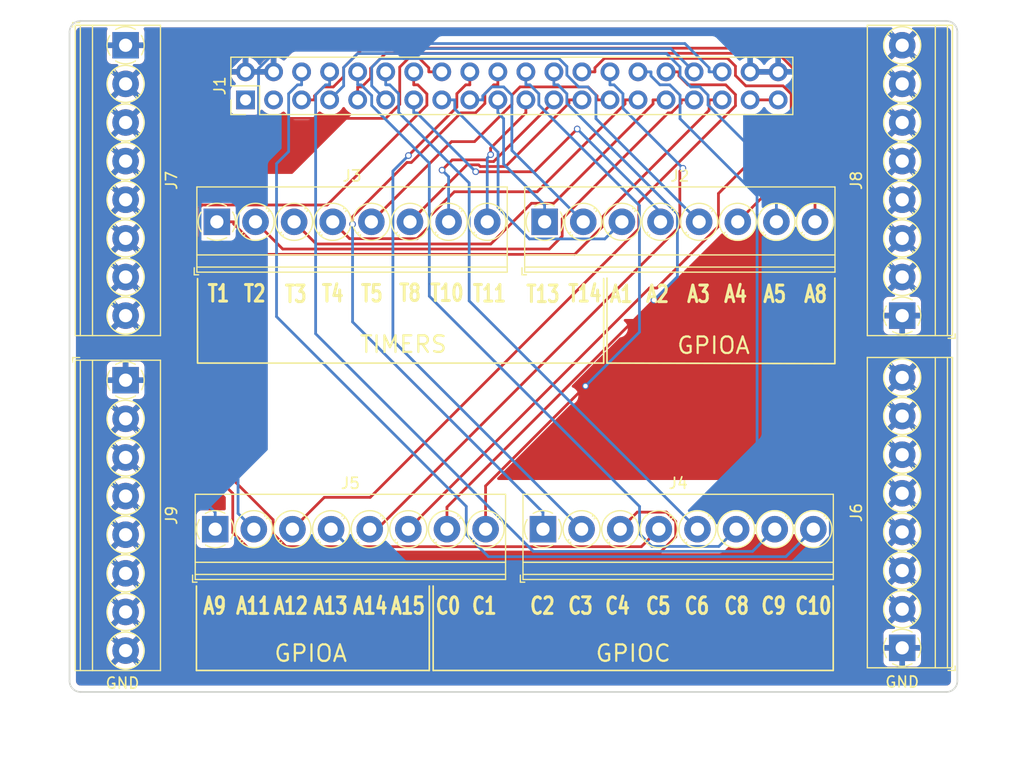
<source format=kicad_pcb>
(kicad_pcb (version 20171130) (host pcbnew 5.1.10)
  (layers (0 F.Cu signal) (31 B.Cu signal) (34 B.Paste user) (35 F.Paste user) (36 B.SilkS user) (37 F.SilkS user) (38 B.Mask user) (39 F.Mask user) (44 Edge.Cuts user))
  (net 0 "")
  (net 1 /NC)
  (net 2 /PA9_5V)
  (net 3 /PA10_5V)
  (net 4 /PA11_5V)
  (net 5 /PB10_5V)
  (net 6 /PA12_5V)
  (net 7 /PB5_5V)
  (net 8 /PA13_5V)
  (net 9 /PB6_5V)
  (net 10 /PA14_5V)
  (net 11 /PA0_5V)
  (net 12 /PA15_5V)
  (net 13 /PC7_5V)
  (net 14 /PC0_5V)
  (net 15 /PB8_5V)
  (net 16 /PC1_5V)
  (net 17 /PB9_5V)
  (net 18 /PC2_5V)
  (net 19 /PA6_5V)
  (net 20 /PC3_5V)
  (net 21 /PA7_5V)
  (net 22 /PC4_5V)
  (net 23 /PA1_5V)
  (net 24 /PC5_5V)
  (net 25 /PA2_5V)
  (net 26 /PC6_5V)
  (net 27 /PA3_5V)
  (net 28 /PC8_5V)
  (net 29 /PA4_5V)
  (net 30 /PC9_5V)
  (net 31 /PA5_5V)
  (net 32 /PC10_5V)
  (net 33 /PA8_5V)
  (net 34 GND)
  (module TerminalBlock_Phoenix:TerminalBlock_Phoenix_PT-1,5-8-3.5-H_1x08_P3.50mm_Horizontal (layer F.Cu) (at 124.181 70.75 270)
    (fp_text reference J9 (at 12.25 -4.16 90) (layer F.SilkS))
    (fp_text value Screw_Terminal_01x08)
    (pad 8 thru_hole circle (at 24.5 0 270) (size 2.4 2.4) (drill 1.2) (layers *.Cu *.Mask) (net 34 GND))
    (pad 7 thru_hole circle (at 21 0 270) (size 2.4 2.4) (drill 1.2) (layers *.Cu *.Mask) (net 34 GND))
    (pad 6 thru_hole circle (at 17.5 0 270) (size 2.4 2.4) (drill 1.2) (layers *.Cu *.Mask) (net 34 GND))
    (pad 5 thru_hole circle (at 14 0 270) (size 2.4 2.4) (drill 1.2) (layers *.Cu *.Mask) (net 34 GND))
    (pad 4 thru_hole circle (at 10.5 0 270) (size 2.4 2.4) (drill 1.2) (layers *.Cu *.Mask) (net 34 GND))
    (pad 3 thru_hole circle (at 7 0 270) (size 2.4 2.4) (drill 1.2) (layers *.Cu *.Mask) (net 34 GND))
    (pad 2 thru_hole circle (at 3.5 0 270) (size 2.4 2.4) (drill 1.2) (layers *.Cu *.Mask) (net 34 GND))
    (pad 1 thru_hole rect (at 0 0 270) (size 2.4 2.4) (drill 1.2) (layers *.Cu *.Mask) (net 34 GND))
  )
  (module TerminalBlock_Phoenix:TerminalBlock_Phoenix_PT-1,5-8-3.5-H_1x08_P3.50mm_Horizontal (layer F.Cu) (at 194.55 64.9 90)
    (fp_text reference J8 (at 12.25 -4.16 90) (layer F.SilkS))
    (fp_text value Screw_Terminal_01x08)
    (pad 8 thru_hole circle (at 24.5 0 90) (size 2.4 2.4) (drill 1.2) (layers *.Cu *.Mask) (net 34 GND))
    (pad 7 thru_hole circle (at 21 0 90) (size 2.4 2.4) (drill 1.2) (layers *.Cu *.Mask) (net 34 GND))
    (pad 6 thru_hole circle (at 17.5 0 90) (size 2.4 2.4) (drill 1.2) (layers *.Cu *.Mask) (net 34 GND))
    (pad 5 thru_hole circle (at 14 0 90) (size 2.4 2.4) (drill 1.2) (layers *.Cu *.Mask) (net 34 GND))
    (pad 4 thru_hole circle (at 10.5 0 90) (size 2.4 2.4) (drill 1.2) (layers *.Cu *.Mask) (net 34 GND))
    (pad 3 thru_hole circle (at 7 0 90) (size 2.4 2.4) (drill 1.2) (layers *.Cu *.Mask) (net 34 GND))
    (pad 2 thru_hole circle (at 3.5 0 90) (size 2.4 2.4) (drill 1.2) (layers *.Cu *.Mask) (net 34 GND))
    (pad 1 thru_hole rect (at 0 0 90) (size 2.4 2.4) (drill 1.2) (layers *.Cu *.Mask) (net 34 GND))
  )
  (module TerminalBlock_Phoenix:TerminalBlock_Phoenix_PT-1,5-8-3.5-H_1x08_P3.50mm_Horizontal (layer F.Cu) (at 124.181 40.4 270)
    (fp_text reference J7 (at 12.25 -4.16 90) (layer F.SilkS))
    (fp_text value Screw_Terminal_01x08)
    (pad 8 thru_hole circle (at 24.5 0 270) (size 2.4 2.4) (drill 1.2) (layers *.Cu *.Mask) (net 34 GND))
    (pad 7 thru_hole circle (at 21 0 270) (size 2.4 2.4) (drill 1.2) (layers *.Cu *.Mask) (net 34 GND))
    (pad 6 thru_hole circle (at 17.5 0 270) (size 2.4 2.4) (drill 1.2) (layers *.Cu *.Mask) (net 34 GND))
    (pad 5 thru_hole circle (at 14 0 270) (size 2.4 2.4) (drill 1.2) (layers *.Cu *.Mask) (net 34 GND))
    (pad 4 thru_hole circle (at 10.5 0 270) (size 2.4 2.4) (drill 1.2) (layers *.Cu *.Mask) (net 34 GND))
    (pad 3 thru_hole circle (at 7 0 270) (size 2.4 2.4) (drill 1.2) (layers *.Cu *.Mask) (net 34 GND))
    (pad 2 thru_hole circle (at 3.5 0 270) (size 2.4 2.4) (drill 1.2) (layers *.Cu *.Mask) (net 34 GND))
    (pad 1 thru_hole rect (at 0 0 270) (size 2.4 2.4) (drill 1.2) (layers *.Cu *.Mask) (net 34 GND))
  )
  (module TerminalBlock_Phoenix:TerminalBlock_Phoenix_PT-1,5-8-3.5-H_1x08_P3.50mm_Horizontal (layer F.Cu) (at 194.55 95 90)
    (fp_text reference J6 (at 12.25 -4.16 90) (layer F.SilkS))
    (fp_text value Screw_Terminal_01x08)
    (pad 8 thru_hole circle (at 24.5 0 90) (size 2.4 2.4) (drill 1.2) (layers *.Cu *.Mask) (net 34 GND))
    (pad 7 thru_hole circle (at 21 0 90) (size 2.4 2.4) (drill 1.2) (layers *.Cu *.Mask) (net 34 GND))
    (pad 6 thru_hole circle (at 17.5 0 90) (size 2.4 2.4) (drill 1.2) (layers *.Cu *.Mask) (net 34 GND))
    (pad 5 thru_hole circle (at 14 0 90) (size 2.4 2.4) (drill 1.2) (layers *.Cu *.Mask) (net 34 GND))
    (pad 4 thru_hole circle (at 10.5 0 90) (size 2.4 2.4) (drill 1.2) (layers *.Cu *.Mask) (net 34 GND))
    (pad 3 thru_hole circle (at 7 0 90) (size 2.4 2.4) (drill 1.2) (layers *.Cu *.Mask) (net 34 GND))
    (pad 2 thru_hole circle (at 3.5 0 90) (size 2.4 2.4) (drill 1.2) (layers *.Cu *.Mask) (net 34 GND))
    (pad 1 thru_hole rect (at 0 0 90) (size 2.4 2.4) (drill 1.2) (layers *.Cu *.Mask) (net 34 GND))
  )
  (module TerminalBlock_Phoenix:TerminalBlock_Phoenix_PT-1,5-8-3.5-H_1x08_P3.50mm_Horizontal (layer F.Cu) (at 132.3 84.25)
    (fp_text reference J5 (at 12.25 -4.16) (layer F.SilkS))
    (fp_text value Screw_Terminal_01x08)
    (pad 8 thru_hole circle (at 24.5 0) (size 2.4 2.4) (drill 1.2) (layers *.Cu *.Mask) (net 16 /PC1_5V))
    (pad 7 thru_hole circle (at 21 0) (size 2.4 2.4) (drill 1.2) (layers *.Cu *.Mask) (net 14 /PC0_5V))
    (pad 6 thru_hole circle (at 17.5 0) (size 2.4 2.4) (drill 1.2) (layers *.Cu *.Mask) (net 12 /PA15_5V))
    (pad 5 thru_hole circle (at 14 0) (size 2.4 2.4) (drill 1.2) (layers *.Cu *.Mask) (net 10 /PA14_5V))
    (pad 4 thru_hole circle (at 10.5 0) (size 2.4 2.4) (drill 1.2) (layers *.Cu *.Mask) (net 8 /PA13_5V))
    (pad 3 thru_hole circle (at 7 0) (size 2.4 2.4) (drill 1.2) (layers *.Cu *.Mask) (net 6 /PA12_5V))
    (pad 2 thru_hole circle (at 3.5 0) (size 2.4 2.4) (drill 1.2) (layers *.Cu *.Mask) (net 4 /PA11_5V))
    (pad 1 thru_hole rect (at 0 0) (size 2.4 2.4) (drill 1.2) (layers *.Cu *.Mask) (net 2 /PA9_5V))
  )
  (module TerminalBlock_Phoenix:TerminalBlock_Phoenix_PT-1,5-8-3.5-H_1x08_P3.50mm_Horizontal (layer F.Cu) (at 162 84.25)
    (fp_text reference J4 (at 12.25 -4.16) (layer F.SilkS))
    (fp_text value Screw_Terminal_01x08)
    (pad 8 thru_hole circle (at 24.5 0) (size 2.4 2.4) (drill 1.2) (layers *.Cu *.Mask) (net 32 /PC10_5V))
    (pad 7 thru_hole circle (at 21 0) (size 2.4 2.4) (drill 1.2) (layers *.Cu *.Mask) (net 30 /PC9_5V))
    (pad 6 thru_hole circle (at 17.5 0) (size 2.4 2.4) (drill 1.2) (layers *.Cu *.Mask) (net 28 /PC8_5V))
    (pad 5 thru_hole circle (at 14 0) (size 2.4 2.4) (drill 1.2) (layers *.Cu *.Mask) (net 26 /PC6_5V))
    (pad 4 thru_hole circle (at 10.5 0) (size 2.4 2.4) (drill 1.2) (layers *.Cu *.Mask) (net 24 /PC5_5V))
    (pad 3 thru_hole circle (at 7 0) (size 2.4 2.4) (drill 1.2) (layers *.Cu *.Mask) (net 22 /PC4_5V))
    (pad 2 thru_hole circle (at 3.5 0) (size 2.4 2.4) (drill 1.2) (layers *.Cu *.Mask) (net 20 /PC3_5V))
    (pad 1 thru_hole rect (at 0 0) (size 2.4 2.4) (drill 1.2) (layers *.Cu *.Mask) (net 18 /PC2_5V))
  )
  (module TerminalBlock_Phoenix:TerminalBlock_Phoenix_PT-1,5-8-3.5-H_1x08_P3.50mm_Horizontal (layer F.Cu) (at 132.45 56.4)
    (fp_text reference J3 (at 12.25 -4.16) (layer F.SilkS))
    (fp_text value Screw_Terminal_01x08)
    (pad 8 thru_hole circle (at 24.5 0) (size 2.4 2.4) (drill 1.2) (layers *.Cu *.Mask) (net 17 /PB9_5V))
    (pad 7 thru_hole circle (at 21 0) (size 2.4 2.4) (drill 1.2) (layers *.Cu *.Mask) (net 15 /PB8_5V))
    (pad 6 thru_hole circle (at 17.5 0) (size 2.4 2.4) (drill 1.2) (layers *.Cu *.Mask) (net 13 /PC7_5V))
    (pad 5 thru_hole circle (at 14 0) (size 2.4 2.4) (drill 1.2) (layers *.Cu *.Mask) (net 11 /PA0_5V))
    (pad 4 thru_hole circle (at 10.5 0) (size 2.4 2.4) (drill 1.2) (layers *.Cu *.Mask) (net 9 /PB6_5V))
    (pad 3 thru_hole circle (at 7 0) (size 2.4 2.4) (drill 1.2) (layers *.Cu *.Mask) (net 7 /PB5_5V))
    (pad 2 thru_hole circle (at 3.5 0) (size 2.4 2.4) (drill 1.2) (layers *.Cu *.Mask) (net 5 /PB10_5V))
    (pad 1 thru_hole rect (at 0 0) (size 2.4 2.4) (drill 1.2) (layers *.Cu *.Mask) (net 3 /PA10_5V))
  )
  (module TerminalBlock_Phoenix:TerminalBlock_Phoenix_PT-1,5-8-3.5-H_1x08_P3.50mm_Horizontal (layer F.Cu) (at 162.15 56.4)
    (fp_text reference J2 (at 12.25 -4.16) (layer F.SilkS))
    (fp_text value Screw_Terminal_01x08)
    (pad 8 thru_hole circle (at 24.5 0) (size 2.4 2.4) (drill 1.2) (layers *.Cu *.Mask) (net 33 /PA8_5V))
    (pad 7 thru_hole circle (at 21 0) (size 2.4 2.4) (drill 1.2) (layers *.Cu *.Mask) (net 31 /PA5_5V))
    (pad 6 thru_hole circle (at 17.5 0) (size 2.4 2.4) (drill 1.2) (layers *.Cu *.Mask) (net 29 /PA4_5V))
    (pad 5 thru_hole circle (at 14 0) (size 2.4 2.4) (drill 1.2) (layers *.Cu *.Mask) (net 27 /PA3_5V))
    (pad 4 thru_hole circle (at 10.5 0) (size 2.4 2.4) (drill 1.2) (layers *.Cu *.Mask) (net 25 /PA2_5V))
    (pad 3 thru_hole circle (at 7 0) (size 2.4 2.4) (drill 1.2) (layers *.Cu *.Mask) (net 23 /PA1_5V))
    (pad 2 thru_hole circle (at 3.5 0) (size 2.4 2.4) (drill 1.2) (layers *.Cu *.Mask) (net 21 /PA7_5V))
    (pad 1 thru_hole rect (at 0 0) (size 2.4 2.4) (drill 1.2) (layers *.Cu *.Mask) (net 19 /PA6_5V))
  )
  (module Connector_PinHeader_2.54mm:PinHeader_2x20_P2.54mm_Vertical (layer F.Cu) (at 135.05 45.35 90)
    (fp_text reference J1 (at 1.27 -2.33 90) (layer F.SilkS))
    (fp_text value Conn_02x20_Odd_Even)
    (pad 40 thru_hole oval (at 2.54 48.26 90) (size 1.7 1.7) (drill 1) (layers *.Cu *.Mask) (net 34 GND))
    (pad 39 thru_hole oval (at 0 48.26 90) (size 1.7 1.7) (drill 1) (layers *.Cu *.Mask) (net 1 /NC))
    (pad 38 thru_hole oval (at 2.54 45.72 90) (size 1.7 1.7) (drill 1) (layers *.Cu *.Mask) (net 34 GND))
    (pad 37 thru_hole oval (at 0 45.72 90) (size 1.7 1.7) (drill 1) (layers *.Cu *.Mask) (net 1 /NC))
    (pad 36 thru_hole oval (at 2.54 43.18 90) (size 1.7 1.7) (drill 1) (layers *.Cu *.Mask) (net 2 /PA9_5V))
    (pad 35 thru_hole oval (at 0 43.18 90) (size 1.7 1.7) (drill 1) (layers *.Cu *.Mask) (net 3 /PA10_5V))
    (pad 34 thru_hole oval (at 2.54 40.64 90) (size 1.7 1.7) (drill 1) (layers *.Cu *.Mask) (net 4 /PA11_5V))
    (pad 33 thru_hole oval (at 0 40.64 90) (size 1.7 1.7) (drill 1) (layers *.Cu *.Mask) (net 5 /PB10_5V))
    (pad 32 thru_hole oval (at 2.54 38.1 90) (size 1.7 1.7) (drill 1) (layers *.Cu *.Mask) (net 6 /PA12_5V))
    (pad 31 thru_hole oval (at 0 38.1 90) (size 1.7 1.7) (drill 1) (layers *.Cu *.Mask) (net 7 /PB5_5V))
    (pad 30 thru_hole oval (at 2.54 35.56 90) (size 1.7 1.7) (drill 1) (layers *.Cu *.Mask) (net 8 /PA13_5V))
    (pad 29 thru_hole oval (at 0 35.56 90) (size 1.7 1.7) (drill 1) (layers *.Cu *.Mask) (net 9 /PB6_5V))
    (pad 28 thru_hole oval (at 2.54 33.02 90) (size 1.7 1.7) (drill 1) (layers *.Cu *.Mask) (net 10 /PA14_5V))
    (pad 27 thru_hole oval (at 0 33.02 90) (size 1.7 1.7) (drill 1) (layers *.Cu *.Mask) (net 11 /PA0_5V))
    (pad 26 thru_hole oval (at 2.54 30.48 90) (size 1.7 1.7) (drill 1) (layers *.Cu *.Mask) (net 12 /PA15_5V))
    (pad 25 thru_hole oval (at 0 30.48 90) (size 1.7 1.7) (drill 1) (layers *.Cu *.Mask) (net 13 /PC7_5V))
    (pad 24 thru_hole oval (at 2.54 27.94 90) (size 1.7 1.7) (drill 1) (layers *.Cu *.Mask) (net 14 /PC0_5V))
    (pad 23 thru_hole oval (at 0 27.94 90) (size 1.7 1.7) (drill 1) (layers *.Cu *.Mask) (net 15 /PB8_5V))
    (pad 22 thru_hole oval (at 2.54 25.4 90) (size 1.7 1.7) (drill 1) (layers *.Cu *.Mask) (net 16 /PC1_5V))
    (pad 21 thru_hole oval (at 0 25.4 90) (size 1.7 1.7) (drill 1) (layers *.Cu *.Mask) (net 17 /PB9_5V))
    (pad 20 thru_hole oval (at 2.54 22.86 90) (size 1.7 1.7) (drill 1) (layers *.Cu *.Mask) (net 18 /PC2_5V))
    (pad 19 thru_hole oval (at 0 22.86 90) (size 1.7 1.7) (drill 1) (layers *.Cu *.Mask) (net 19 /PA6_5V))
    (pad 18 thru_hole oval (at 2.54 20.32 90) (size 1.7 1.7) (drill 1) (layers *.Cu *.Mask) (net 20 /PC3_5V))
    (pad 17 thru_hole oval (at 0 20.32 90) (size 1.7 1.7) (drill 1) (layers *.Cu *.Mask) (net 21 /PA7_5V))
    (pad 16 thru_hole oval (at 2.54 17.78 90) (size 1.7 1.7) (drill 1) (layers *.Cu *.Mask) (net 22 /PC4_5V))
    (pad 15 thru_hole oval (at 0 17.78 90) (size 1.7 1.7) (drill 1) (layers *.Cu *.Mask) (net 23 /PA1_5V))
    (pad 14 thru_hole oval (at 2.54 15.24 90) (size 1.7 1.7) (drill 1) (layers *.Cu *.Mask) (net 24 /PC5_5V))
    (pad 13 thru_hole oval (at 0 15.24 90) (size 1.7 1.7) (drill 1) (layers *.Cu *.Mask) (net 25 /PA2_5V))
    (pad 12 thru_hole oval (at 2.54 12.7 90) (size 1.7 1.7) (drill 1) (layers *.Cu *.Mask) (net 26 /PC6_5V))
    (pad 11 thru_hole oval (at 0 12.7 90) (size 1.7 1.7) (drill 1) (layers *.Cu *.Mask) (net 27 /PA3_5V))
    (pad 10 thru_hole oval (at 2.54 10.16 90) (size 1.7 1.7) (drill 1) (layers *.Cu *.Mask) (net 28 /PC8_5V))
    (pad 9 thru_hole oval (at 0 10.16 90) (size 1.7 1.7) (drill 1) (layers *.Cu *.Mask) (net 29 /PA4_5V))
    (pad 8 thru_hole oval (at 2.54 7.62 90) (size 1.7 1.7) (drill 1) (layers *.Cu *.Mask) (net 30 /PC9_5V))
    (pad 7 thru_hole oval (at 0 7.62 90) (size 1.7 1.7) (drill 1) (layers *.Cu *.Mask) (net 31 /PA5_5V))
    (pad 6 thru_hole oval (at 2.54 5.08 90) (size 1.7 1.7) (drill 1) (layers *.Cu *.Mask) (net 32 /PC10_5V))
    (pad 5 thru_hole oval (at 0 5.08 90) (size 1.7 1.7) (drill 1) (layers *.Cu *.Mask) (net 33 /PA8_5V))
    (pad 4 thru_hole oval (at 2.54 2.54 90) (size 1.7 1.7) (drill 1) (layers *.Cu *.Mask) (net 34 GND))
    (pad 3 thru_hole oval (at 0 2.54 90) (size 1.7 1.7) (drill 1) (layers *.Cu *.Mask))
    (pad 2 thru_hole oval (at 2.54 0 90) (size 1.7 1.7) (drill 1) (layers *.Cu *.Mask) (net 34 GND))
    (pad 1 thru_hole rect (at 0 0 90) (size 1.7 1.7) (drill 1) (layers *.Cu *.Mask))
  )
  (gr_text GND (at 194.55 98.1) (layer F.SilkS) (effects (font (size 1 1))))
  (gr_text GND (at 123.9 98.2) (layer F.SilkS) (effects (font (size 1 1))))
  (gr_line (start 198.55 99) (end 120.1 99) (layer Edge.Cuts) (width 0.15))
  (gr_line (start 120.1 38.2) (end 198.55 38.2) (layer Edge.Cuts) (width 0.15))
  (gr_text GPIOC (at 170.175 95.5) (layer F.SilkS) (effects (font (size 1.5 1.5) (thickness 0.2))))
  (gr_line (start 152.05 97.05) (end 188.3 97.05) (layer F.SilkS) (width 0.15))
  (gr_line (start 188.3 97.05) (end 188.3 89.4) (layer F.SilkS) (width 0.15))
  (gr_line (start 152.05 97.05) (end 152.05 89.4) (layer F.SilkS) (width 0.15))
  (gr_text C6 (at 175.95 91.2) (layer F.SilkS) (effects (font (size 1.5 1.1) (thickness 0.27))))
  (gr_text C9 (at 182.9 91.2) (layer F.SilkS) (effects (font (size 1.5 1.1) (thickness 0.27))))
  (gr_text C8 (at 179.55 91.2) (layer F.SilkS) (effects (font (size 1.5 1.1) (thickness 0.27))))
  (gr_text C10 (at 186.5 91.2) (layer F.SilkS) (effects (font (size 1.5 1.1) (thickness 0.27))))
  (gr_text C1 (at 156.682653 91.2) (layer F.SilkS) (effects (font (size 1.5 1.1) (thickness 0.27))))
  (gr_text C0 (at 153.4 91.2) (layer F.SilkS) (effects (font (size 1.5 1.1) (thickness 0.27))))
  (gr_text C3 (at 165.4 91.2) (layer F.SilkS) (effects (font (size 1.5 1.1) (thickness 0.27))))
  (gr_text C5 (at 172.45 91.2) (layer F.SilkS) (effects (font (size 1.5 1.1) (thickness 0.27))))
  (gr_text C2 (at 161.95 91.2) (layer F.SilkS) (effects (font (size 1.5 1.1) (thickness 0.27))))
  (gr_text C4 (at 168.75 91.2) (layer F.SilkS) (effects (font (size 1.5 1.1) (thickness 0.27))))
  (gr_line (start 167.8 69.2) (end 167.8 61.5) (layer F.SilkS) (width 0.15))
  (gr_line (start 130.6 97.05) (end 130.6 89.4) (layer F.SilkS) (width 0.15))
  (gr_text GPIOA (at 140.95 95.5) (layer F.SilkS) (effects (font (size 1.5 1.5) (thickness 0.2))))
  (gr_line (start 130.6 97.05) (end 151.7 97.05) (layer F.SilkS) (width 0.15))
  (gr_line (start 151.7 97.05) (end 151.7 89.4) (layer F.SilkS) (width 0.15))
  (gr_text GPIOA (at 177.45 67.6) (layer F.SilkS) (effects (font (size 1.5 1.5) (thickness 0.2))))
  (gr_line (start 188.45 69.2) (end 188.45 61.5) (layer F.SilkS) (width 0.15))
  (gr_line (start 167.8 69.2) (end 188.45 69.25) (layer F.SilkS) (width 0.15))
  (gr_text A15 (at 149.75 91.2) (layer F.SilkS) (effects (font (size 1.5 1.1) (thickness 0.27))))
  (gr_text A13 (at 142.75 91.2) (layer F.SilkS) (effects (font (size 1.5 1.1) (thickness 0.27))))
  (gr_text A12 (at 139.15 91.2) (layer F.SilkS) (effects (font (size 1.5 1.1) (thickness 0.27))))
  (gr_text A11 (at 135.75 91.2) (layer F.SilkS) (effects (font (size 1.5 1.1) (thickness 0.27))))
  (gr_text A14 (at 146.35 91.2) (layer F.SilkS) (effects (font (size 1.5 1.1) (thickness 0.27))))
  (gr_text A9 (at 132.25 91.2) (layer F.SilkS) (effects (font (size 1.5 1.1) (thickness 0.27))))
  (gr_text A8 (at 186.7 62.95) (layer F.SilkS) (effects (font (size 1.5 1.1) (thickness 0.27))))
  (gr_text A4 (at 179.45 62.95) (layer F.SilkS) (effects (font (size 1.5 1.1) (thickness 0.27))))
  (gr_text A3 (at 176.1 62.95) (layer F.SilkS) (effects (font (size 1.5 1.1) (thickness 0.27))))
  (gr_text A2 (at 172.382653 62.95) (layer F.SilkS) (effects (font (size 1.5 1.1) (thickness 0.27))))
  (gr_text A5 (at 183 62.95) (layer F.SilkS) (effects (font (size 1.5 1.1) (thickness 0.27))))
  (gr_text A1 (at 169.1 62.95) (layer F.SilkS) (effects (font (size 1.5 1.1) (thickness 0.27))))
  (gr_text TIMERS (at 149.35 67.5) (layer F.SilkS) (effects (font (size 1.5 1.5) (thickness 0.2))))
  (gr_line (start 130.7 69.2) (end 130.7 61.55) (layer F.SilkS) (width 0.15))
  (gr_line (start 167.5 69.2) (end 130.75 69.2) (layer F.SilkS) (width 0.15))
  (gr_line (start 167.5 61.55) (end 167.5 69.2) (layer F.SilkS) (width 0.15))
  (gr_text T8 (at 149.95 62.85) (layer F.SilkS) (effects (font (size 1.5 1.1) (thickness 0.27))))
  (gr_text T5 (at 146.5 62.9) (layer F.SilkS) (effects (font (size 1.5 1.1) (thickness 0.27))))
  (gr_text T4 (at 142.95 62.9) (layer F.SilkS) (effects (font (size 1.5 1.1) (thickness 0.27))))
  (gr_text T3 (at 139.6 62.95) (layer F.SilkS) (effects (font (size 1.5 1.1) (thickness 0.27))))
  (gr_text T2 (at 135.882653 62.9) (layer F.SilkS) (effects (font (size 1.5 1.1) (thickness 0.27))))
  (gr_text T1 (at 132.6 62.9) (layer F.SilkS) (effects (font (size 1.5 1.1) (thickness 0.27))))
  (gr_text T14 (at 165.8 62.9) (layer F.SilkS) (effects (font (size 1.5 1.1) (thickness 0.27))))
  (gr_text T13 (at 162 62.95) (layer F.SilkS) (effects (font (size 1.5 1.1) (thickness 0.27))))
  (gr_text T11 (at 157.15 62.9) (layer F.SilkS) (effects (font (size 1.5 1.1) (thickness 0.27))))
  (gr_text T10 (at 153.3 62.85) (layer F.SilkS) (effects (font (size 1.5 1.1) (thickness 0.27))))
  (gr_arc (start 120.1 39.2) (end 119.1 39.2) (angle 90) (layer Edge.Cuts) (width 0.15))
  (gr_arc (start 120.1 98) (end 120.1 99) (angle 90) (layer Edge.Cuts) (width 0.15))
  (gr_arc (start 198.55 98) (end 199.55 98) (angle 90) (layer Edge.Cuts) (width 0.15))
  (gr_arc (start 198.55 39.2) (end 198.55 38.2) (angle 90) (layer Edge.Cuts) (width 0.15))
  (gr_line (start 199.55 98) (end 199.55 39.2) (layer Edge.Cuts) (width 0.15))
  (gr_line (start 119.1 98) (end 119.1 39.2) (layer Edge.Cuts) (width 0.15))
  (segment (start 180.77 45.35) (end 183.31 45.35) (width 0.25) (layer F.Cu) (net 1))
  (segment (start 132.3 84.25) (end 132.3 82.7247) (width 0.25) (layer B.Cu) (net 2))
  (segment (start 178.23 42.81) (end 177.0547 42.81) (width 0.25) (layer B.Cu) (net 2))
  (segment (start 177.0547 42.81) (end 177.0547 42.4427) (width 0.25) (layer B.Cu) (net 2))
  (segment (start 177.0547 42.4427) (end 174.86 40.248) (width 0.25) (layer B.Cu) (net 2))
  (segment (start 174.86 40.248) (end 135.9005 40.248) (width 0.25) (layer B.Cu) (net 2))
  (segment (start 135.9005 40.248) (end 130.9246 45.2239) (width 0.25) (layer B.Cu) (net 2))
  (segment (start 130.9246 45.2239) (end 130.9246 81.3493) (width 0.25) (layer B.Cu) (net 2))
  (segment (start 130.9246 81.3493) (end 132.3 82.7247) (width 0.25) (layer B.Cu) (net 2))
  (segment (start 132.45 56.4) (end 133.9753 56.4) (width 0.25) (layer F.Cu) (net 3))
  (segment (start 178.23 45.35) (end 177.0547 45.35) (width 0.25) (layer F.Cu) (net 3))
  (segment (start 177.0547 45.35) (end 177.0547 46.2936) (width 0.25) (layer F.Cu) (net 3))
  (segment (start 177.0547 46.2936) (end 167.4 55.9483) (width 0.25) (layer F.Cu) (net 3))
  (segment (start 167.4 55.9483) (end 167.4 56.826) (width 0.25) (layer F.Cu) (net 3))
  (segment (start 167.4 56.826) (end 164.8776 59.3484) (width 0.25) (layer F.Cu) (net 3))
  (segment (start 164.8776 59.3484) (end 136.733 59.3484) (width 0.25) (layer F.Cu) (net 3))
  (segment (start 136.733 59.3484) (end 133.9753 56.5907) (width 0.25) (layer F.Cu) (net 3))
  (segment (start 133.9753 56.5907) (end 133.9753 56.4) (width 0.25) (layer F.Cu) (net 3))
  (segment (start 175.69 42.81) (end 173.5821 40.7021) (width 0.25) (layer B.Cu) (net 4))
  (segment (start 173.5821 40.7021) (end 138.0353 40.7021) (width 0.25) (layer B.Cu) (net 4))
  (segment (start 138.0353 40.7021) (end 136.2254 42.512) (width 0.25) (layer B.Cu) (net 4))
  (segment (start 136.2254 42.512) (end 136.2254 52.0132) (width 0.25) (layer B.Cu) (net 4))
  (segment (start 136.2254 52.0132) (end 134.3706 53.868) (width 0.25) (layer B.Cu) (net 4))
  (segment (start 134.3706 53.868) (end 134.3706 82.8206) (width 0.25) (layer B.Cu) (net 4))
  (segment (start 134.3706 82.8206) (end 135.8 84.25) (width 0.25) (layer B.Cu) (net 4))
  (segment (start 135.95 56.4) (end 138.415 58.865) (width 0.25) (layer F.Cu) (net 5))
  (segment (start 138.415 58.865) (end 162.5773 58.865) (width 0.25) (layer F.Cu) (net 5))
  (segment (start 162.5773 58.865) (end 163.7407 57.7016) (width 0.25) (layer F.Cu) (net 5))
  (segment (start 163.7407 57.7016) (end 163.7407 56.1345) (width 0.25) (layer F.Cu) (net 5))
  (segment (start 163.7407 56.1345) (end 173.3499 46.5253) (width 0.25) (layer F.Cu) (net 5))
  (segment (start 173.3499 46.5253) (end 173.6412 46.5253) (width 0.25) (layer F.Cu) (net 5))
  (segment (start 173.6412 46.5253) (end 174.5147 45.6518) (width 0.25) (layer F.Cu) (net 5))
  (segment (start 174.5147 45.6518) (end 174.5147 45.35) (width 0.25) (layer F.Cu) (net 5))
  (segment (start 175.69 45.35) (end 174.5147 45.35) (width 0.25) (layer F.Cu) (net 5))
  (segment (start 173.15 42.81) (end 174.3253 42.81) (width 0.25) (layer F.Cu) (net 6))
  (segment (start 174.3253 42.81) (end 174.3253 43.1774) (width 0.25) (layer F.Cu) (net 6))
  (segment (start 174.3253 43.1774) (end 175.1332 43.9853) (width 0.25) (layer F.Cu) (net 6))
  (segment (start 175.1332 43.9853) (end 178.5555 43.9853) (width 0.25) (layer F.Cu) (net 6))
  (segment (start 178.5555 43.9853) (end 179.4399 44.8697) (width 0.25) (layer F.Cu) (net 6))
  (segment (start 179.4399 44.8697) (end 179.4399 45.8863) (width 0.25) (layer F.Cu) (net 6))
  (segment (start 179.4399 45.8863) (end 170.6836 54.6426) (width 0.25) (layer F.Cu) (net 6))
  (segment (start 170.6836 54.6426) (end 170.6836 57.0278) (width 0.25) (layer F.Cu) (net 6))
  (segment (start 170.6836 57.0278) (end 146.3458 81.3656) (width 0.25) (layer F.Cu) (net 6))
  (segment (start 146.3458 81.3656) (end 142.1844 81.3656) (width 0.25) (layer F.Cu) (net 6))
  (segment (start 142.1844 81.3656) (end 139.3 84.25) (width 0.25) (layer F.Cu) (net 6))
  (segment (start 139.45 56.4) (end 141.457 58.407) (width 0.25) (layer F.Cu) (net 7))
  (segment (start 141.457 58.407) (end 157.2707 58.407) (width 0.25) (layer F.Cu) (net 7))
  (segment (start 157.2707 58.407) (end 160.9584 54.7193) (width 0.25) (layer F.Cu) (net 7))
  (segment (start 160.9584 54.7193) (end 162.9727 54.7193) (width 0.25) (layer F.Cu) (net 7))
  (segment (start 162.9727 54.7193) (end 171.9747 45.7173) (width 0.25) (layer F.Cu) (net 7))
  (segment (start 171.9747 45.7173) (end 171.9747 45.35) (width 0.25) (layer F.Cu) (net 7))
  (segment (start 173.15 45.35) (end 171.9747 45.35) (width 0.25) (layer F.Cu) (net 7))
  (segment (start 170.61 42.81) (end 171.7853 42.81) (width 0.25) (layer B.Cu) (net 8))
  (segment (start 171.7853 42.81) (end 171.7853 43.1774) (width 0.25) (layer B.Cu) (net 8))
  (segment (start 171.7853 43.1774) (end 172.5932 43.9853) (width 0.25) (layer B.Cu) (net 8))
  (segment (start 172.5932 43.9853) (end 173.4863 43.9853) (width 0.25) (layer B.Cu) (net 8))
  (segment (start 173.4863 43.9853) (end 174.42 44.919) (width 0.25) (layer B.Cu) (net 8))
  (segment (start 174.42 44.919) (end 174.42 47.0586) (width 0.25) (layer B.Cu) (net 8))
  (segment (start 174.42 47.0586) (end 181.4001 54.0387) (width 0.25) (layer B.Cu) (net 8))
  (segment (start 181.4001 54.0387) (end 181.4001 76.5498) (width 0.25) (layer B.Cu) (net 8))
  (segment (start 181.4001 76.5498) (end 188.0345 83.1842) (width 0.25) (layer B.Cu) (net 8))
  (segment (start 188.0345 83.1842) (end 188.0345 84.9347) (width 0.25) (layer B.Cu) (net 8))
  (segment (start 188.0345 84.9347) (end 185.7761 87.1931) (width 0.25) (layer B.Cu) (net 8))
  (segment (start 185.7761 87.1931) (end 145.7431 87.1931) (width 0.25) (layer B.Cu) (net 8))
  (segment (start 145.7431 87.1931) (end 142.8 84.25) (width 0.25) (layer B.Cu) (net 8))
  (segment (start 170.61 45.35) (end 169.4347 45.35) (width 0.25) (layer F.Cu) (net 9))
  (segment (start 169.4347 45.35) (end 169.4347 45.7173) (width 0.25) (layer F.Cu) (net 9))
  (segment (start 169.4347 45.7173) (end 161.4782 53.6738) (width 0.25) (layer F.Cu) (net 9))
  (segment (start 161.4782 53.6738) (end 153.9703 53.6738) (width 0.25) (layer F.Cu) (net 9))
  (segment (start 153.9703 53.6738) (end 151.7 55.9441) (width 0.25) (layer F.Cu) (net 9))
  (segment (start 151.7 55.9441) (end 151.7 56.811) (width 0.25) (layer F.Cu) (net 9))
  (segment (start 151.7 56.811) (end 150.5851 57.9259) (width 0.25) (layer F.Cu) (net 9))
  (segment (start 150.5851 57.9259) (end 144.4759 57.9259) (width 0.25) (layer F.Cu) (net 9))
  (segment (start 144.4759 57.9259) (end 142.95 56.4) (width 0.25) (layer F.Cu) (net 9))
  (segment (start 168.07 42.81) (end 168.07 43.9853) (width 0.25) (layer B.Cu) (net 10))
  (segment (start 174.6767 51.545) (end 174.4 51.8217) (width 0.25) (layer F.Cu) (net 10))
  (segment (start 174.4 51.8217) (end 174.4 56.817) (width 0.25) (layer F.Cu) (net 10))
  (segment (start 174.4 56.817) (end 146.967 84.25) (width 0.25) (layer F.Cu) (net 10))
  (segment (start 146.967 84.25) (end 146.3 84.25) (width 0.25) (layer F.Cu) (net 10))
  (segment (start 168.07 43.9853) (end 168.4374 43.9853) (width 0.25) (layer B.Cu) (net 10))
  (segment (start 168.4374 43.9853) (end 169.2453 44.7932) (width 0.25) (layer B.Cu) (net 10))
  (segment (start 169.2453 44.7932) (end 169.2453 46.1136) (width 0.25) (layer B.Cu) (net 10))
  (segment (start 169.2453 46.1136) (end 174.6767 51.545) (width 0.25) (layer B.Cu) (net 10))
  (via (at 174.6767 51.545) (size 0.6) (layers F.Cu B.Cu) (net 10))
  (segment (start 168.07 45.35) (end 166.8947 45.35) (width 0.25) (layer F.Cu) (net 11))
  (segment (start 166.8947 45.35) (end 166.8947 44.9827) (width 0.25) (layer F.Cu) (net 11))
  (segment (start 166.8947 44.9827) (end 166.0866 44.1746) (width 0.25) (layer F.Cu) (net 11))
  (segment (start 166.0866 44.1746) (end 159.9244 44.1746) (width 0.25) (layer F.Cu) (net 11))
  (segment (start 159.9244 44.1746) (end 159.18 44.919) (width 0.25) (layer F.Cu) (net 11))
  (segment (start 159.18 44.919) (end 159.18 45.7526) (width 0.25) (layer F.Cu) (net 11))
  (segment (start 159.18 45.7526) (end 155.7992 49.1334) (width 0.25) (layer F.Cu) (net 11))
  (segment (start 155.7992 49.1334) (end 153.7166 49.1334) (width 0.25) (layer F.Cu) (net 11))
  (segment (start 153.7166 49.1334) (end 146.45 56.4) (width 0.25) (layer F.Cu) (net 11))
  (segment (start 165.53 42.81) (end 166.7053 42.81) (width 0.25) (layer F.Cu) (net 12))
  (segment (start 166.7053 42.81) (end 166.7053 42.4427) (width 0.25) (layer F.Cu) (net 12))
  (segment (start 166.7053 42.4427) (end 167.5569 41.5911) (width 0.25) (layer F.Cu) (net 12))
  (segment (start 167.5569 41.5911) (end 178.7377 41.5911) (width 0.25) (layer F.Cu) (net 12))
  (segment (start 178.7377 41.5911) (end 179.4397 42.2931) (width 0.25) (layer F.Cu) (net 12))
  (segment (start 179.4397 42.2931) (end 179.4397 43.1439) (width 0.25) (layer F.Cu) (net 12))
  (segment (start 179.4397 43.1439) (end 180.3758 44.08) (width 0.25) (layer F.Cu) (net 12))
  (segment (start 180.3758 44.08) (end 183.756 44.08) (width 0.25) (layer F.Cu) (net 12))
  (segment (start 183.756 44.08) (end 184.4919 44.8159) (width 0.25) (layer F.Cu) (net 12))
  (segment (start 184.4919 44.8159) (end 184.4919 47.2398) (width 0.25) (layer F.Cu) (net 12))
  (segment (start 184.4919 47.2398) (end 177.9 53.8317) (width 0.25) (layer F.Cu) (net 12))
  (segment (start 177.9 53.8317) (end 177.9 56.8124) (width 0.25) (layer F.Cu) (net 12))
  (segment (start 177.9 56.8124) (end 172.3133 62.3991) (width 0.25) (layer F.Cu) (net 12))
  (segment (start 172.3133 62.3991) (end 171.6509 62.3991) (width 0.25) (layer F.Cu) (net 12))
  (segment (start 171.6509 62.3991) (end 149.8 84.25) (width 0.25) (layer F.Cu) (net 12))
  (segment (start 149.95 56.4) (end 155.1132 51.2368) (width 0.25) (layer F.Cu) (net 13))
  (segment (start 155.1132 51.2368) (end 156.1628 51.2368) (width 0.25) (layer F.Cu) (net 13))
  (segment (start 156.1628 51.2368) (end 156.3132 51.3872) (width 0.25) (layer F.Cu) (net 13))
  (segment (start 156.3132 51.3872) (end 158.6155 51.3872) (width 0.25) (layer F.Cu) (net 13))
  (segment (start 158.6155 51.3872) (end 164.3547 45.648) (width 0.25) (layer F.Cu) (net 13))
  (segment (start 164.3547 45.648) (end 164.3547 45.35) (width 0.25) (layer F.Cu) (net 13))
  (segment (start 165.53 45.35) (end 164.3547 45.35) (width 0.25) (layer F.Cu) (net 13))
  (segment (start 162.99 42.81) (end 162.99 43.9853) (width 0.25) (layer B.Cu) (net 14))
  (segment (start 172.0557 63.4956) (end 153.3 82.2513) (width 0.25) (layer F.Cu) (net 14))
  (segment (start 153.3 82.2513) (end 153.3 84.25) (width 0.25) (layer F.Cu) (net 14))
  (segment (start 162.99 43.9853) (end 163.3574 43.9853) (width 0.25) (layer B.Cu) (net 14))
  (segment (start 163.3574 43.9853) (end 164.1653 44.7932) (width 0.25) (layer B.Cu) (net 14))
  (segment (start 164.1653 44.7932) (end 164.1653 45.6697) (width 0.25) (layer B.Cu) (net 14))
  (segment (start 164.1653 45.6697) (end 174.1803 55.6847) (width 0.25) (layer B.Cu) (net 14))
  (segment (start 174.1803 55.6847) (end 174.1803 61.371) (width 0.25) (layer B.Cu) (net 14))
  (segment (start 174.1803 61.371) (end 172.0557 63.4956) (width 0.25) (layer B.Cu) (net 14))
  (via (at 172.0557 63.4956) (size 0.6) (layers F.Cu B.Cu) (net 14))
  (segment (start 152.8556 51.7147) (end 153.7842 50.7861) (width 0.25) (layer F.Cu) (net 15))
  (segment (start 153.7842 50.7861) (end 156.8481 50.7861) (width 0.25) (layer F.Cu) (net 15))
  (segment (start 156.8481 50.7861) (end 156.9989 50.9369) (width 0.25) (layer F.Cu) (net 15))
  (segment (start 156.9989 50.9369) (end 157.5306 50.9369) (width 0.25) (layer F.Cu) (net 15))
  (segment (start 157.5306 50.9369) (end 162.99 45.4775) (width 0.25) (layer F.Cu) (net 15))
  (segment (start 162.99 45.4775) (end 162.99 45.35) (width 0.25) (layer F.Cu) (net 15))
  (segment (start 152.8556 51.7147) (end 153.45 52.3091) (width 0.25) (layer B.Cu) (net 15))
  (segment (start 153.45 52.3091) (end 153.45 56.4) (width 0.25) (layer B.Cu) (net 15))
  (via (at 152.8556 51.7147) (size 0.6) (layers F.Cu B.Cu) (net 15))
  (segment (start 160.45 42.81) (end 160.45 43.9853) (width 0.25) (layer B.Cu) (net 16))
  (segment (start 165.8519 71.2795) (end 156.8 80.3314) (width 0.25) (layer F.Cu) (net 16))
  (segment (start 156.8 80.3314) (end 156.8 84.25) (width 0.25) (layer F.Cu) (net 16))
  (segment (start 160.45 43.9853) (end 160.8174 43.9853) (width 0.25) (layer B.Cu) (net 16))
  (segment (start 160.8174 43.9853) (end 161.6253 44.7932) (width 0.25) (layer B.Cu) (net 16))
  (segment (start 161.6253 44.7932) (end 161.6253 45.8121) (width 0.25) (layer B.Cu) (net 16))
  (segment (start 161.6253 45.8121) (end 170.7422 54.929) (width 0.25) (layer B.Cu) (net 16))
  (segment (start 170.7422 54.929) (end 170.7422 66.3892) (width 0.25) (layer B.Cu) (net 16))
  (segment (start 170.7422 66.3892) (end 165.8519 71.2795) (width 0.25) (layer B.Cu) (net 16))
  (via (at 165.8519 71.2795) (size 0.6) (layers F.Cu B.Cu) (net 16))
  (segment (start 160.45 46.5253) (end 157.2579 49.7174) (width 0.25) (layer F.Cu) (net 17))
  (segment (start 157.2579 49.7174) (end 157.2579 50.3116) (width 0.25) (layer F.Cu) (net 17))
  (segment (start 157.2579 50.3116) (end 156.95 50.6195) (width 0.25) (layer B.Cu) (net 17))
  (segment (start 156.95 50.6195) (end 156.95 56.4) (width 0.25) (layer B.Cu) (net 17))
  (segment (start 160.45 45.35) (end 160.45 46.5253) (width 0.25) (layer F.Cu) (net 17))
  (via (at 157.2579 50.3116) (size 0.6) (layers F.Cu B.Cu) (net 17))
  (segment (start 144.7472 56.6172) (end 144.7472 55.9456) (width 0.25) (layer F.Cu) (net 18))
  (segment (start 144.7472 55.9456) (end 149.6712 51.0216) (width 0.25) (layer F.Cu) (net 18))
  (segment (start 149.6712 51.0216) (end 150.0677 51.0216) (width 0.25) (layer F.Cu) (net 18))
  (segment (start 150.0677 51.0216) (end 154.5639 46.5254) (width 0.25) (layer F.Cu) (net 18))
  (segment (start 154.5639 46.5254) (end 155.8893 46.5254) (width 0.25) (layer F.Cu) (net 18))
  (segment (start 155.8893 46.5254) (end 156.7347 45.68) (width 0.25) (layer F.Cu) (net 18))
  (segment (start 156.7347 45.68) (end 156.7347 44.7932) (width 0.25) (layer F.Cu) (net 18))
  (segment (start 156.7347 44.7932) (end 157.5426 43.9853) (width 0.25) (layer F.Cu) (net 18))
  (segment (start 157.5426 43.9853) (end 157.91 43.9853) (width 0.25) (layer F.Cu) (net 18))
  (segment (start 162 84.25) (end 162 82.7247) (width 0.25) (layer B.Cu) (net 18))
  (segment (start 157.91 42.81) (end 157.91 43.9853) (width 0.25) (layer F.Cu) (net 18))
  (segment (start 144.7472 56.6172) (end 144.7472 65.4719) (width 0.25) (layer B.Cu) (net 18))
  (segment (start 144.7472 65.4719) (end 162 82.7247) (width 0.25) (layer B.Cu) (net 18))
  (via (at 144.7472 56.6172) (size 0.6) (layers F.Cu B.Cu) (net 18))
  (segment (start 162.15 56.4) (end 162.15 54.8747) (width 0.25) (layer B.Cu) (net 19))
  (segment (start 157.91 45.35) (end 157.91 46.5253) (width 0.25) (layer B.Cu) (net 19))
  (segment (start 157.91 46.5253) (end 158.4334 47.0487) (width 0.25) (layer B.Cu) (net 19))
  (segment (start 158.4334 47.0487) (end 158.4334 51.1581) (width 0.25) (layer B.Cu) (net 19))
  (segment (start 158.4334 51.1581) (end 162.15 54.8747) (width 0.25) (layer B.Cu) (net 19))
  (segment (start 155.37 42.81) (end 155.37 43.9853) (width 0.25) (layer F.Cu) (net 20))
  (segment (start 149.8086 50.3963) (end 148.4012 51.8037) (width 0.25) (layer B.Cu) (net 20))
  (segment (start 148.4012 51.8037) (end 148.4012 67.1512) (width 0.25) (layer B.Cu) (net 20))
  (segment (start 148.4012 67.1512) (end 165.5 84.25) (width 0.25) (layer B.Cu) (net 20))
  (segment (start 155.37 43.9853) (end 155.0026 43.9853) (width 0.25) (layer F.Cu) (net 20))
  (segment (start 155.0026 43.9853) (end 154.1947 44.7932) (width 0.25) (layer F.Cu) (net 20))
  (segment (start 154.1947 44.7932) (end 154.1947 46.0102) (width 0.25) (layer F.Cu) (net 20))
  (segment (start 154.1947 46.0102) (end 149.8086 50.3963) (width 0.25) (layer F.Cu) (net 20))
  (via (at 149.8086 50.3963) (size 0.6) (layers F.Cu B.Cu) (net 20))
  (segment (start 155.37 45.35) (end 156.5453 45.35) (width 0.25) (layer B.Cu) (net 21))
  (segment (start 156.5453 45.35) (end 156.5453 44.9827) (width 0.25) (layer B.Cu) (net 21))
  (segment (start 156.5453 44.9827) (end 157.3534 44.1746) (width 0.25) (layer B.Cu) (net 21))
  (segment (start 157.3534 44.1746) (end 158.4356 44.1746) (width 0.25) (layer B.Cu) (net 21))
  (segment (start 158.4356 44.1746) (end 159.18 44.919) (width 0.25) (layer B.Cu) (net 21))
  (segment (start 159.18 44.919) (end 159.18 49.93) (width 0.25) (layer B.Cu) (net 21))
  (segment (start 159.18 49.93) (end 165.65 56.4) (width 0.25) (layer B.Cu) (net 21))
  (segment (start 152.83 42.81) (end 151.6547 42.81) (width 0.25) (layer F.Cu) (net 22))
  (segment (start 151.6547 42.81) (end 151.6547 42.4427) (width 0.25) (layer F.Cu) (net 22))
  (segment (start 151.6547 42.4427) (end 150.794 41.582) (width 0.25) (layer F.Cu) (net 22))
  (segment (start 150.794 41.582) (end 149.8142 41.582) (width 0.25) (layer F.Cu) (net 22))
  (segment (start 149.8142 41.582) (end 149.02 42.3762) (width 0.25) (layer F.Cu) (net 22))
  (segment (start 149.02 42.3762) (end 149.02 45.7552) (width 0.25) (layer F.Cu) (net 22))
  (segment (start 149.02 45.7552) (end 147.7497 47.0255) (width 0.25) (layer F.Cu) (net 22))
  (segment (start 147.7497 47.0255) (end 138.3147 47.0255) (width 0.25) (layer F.Cu) (net 22))
  (segment (start 138.3147 47.0255) (end 130.4369 54.9033) (width 0.25) (layer F.Cu) (net 22))
  (segment (start 130.4369 54.9033) (end 130.4369 77.5498) (width 0.25) (layer F.Cu) (net 22))
  (segment (start 130.4369 77.5498) (end 133.8907 81.0036) (width 0.25) (layer F.Cu) (net 22))
  (segment (start 133.8907 81.0036) (end 133.8907 84.567) (width 0.25) (layer F.Cu) (net 22))
  (segment (start 133.8907 84.567) (end 135.646 86.3223) (width 0.25) (layer F.Cu) (net 22))
  (segment (start 135.646 86.3223) (end 172.6456 86.3223) (width 0.25) (layer F.Cu) (net 22))
  (segment (start 172.6456 86.3223) (end 174.0267 84.9412) (width 0.25) (layer F.Cu) (net 22))
  (segment (start 174.0267 84.9412) (end 174.0267 83.5471) (width 0.25) (layer F.Cu) (net 22))
  (segment (start 174.0267 83.5471) (end 173.1857 82.7061) (width 0.25) (layer F.Cu) (net 22))
  (segment (start 173.1857 82.7061) (end 170.5439 82.7061) (width 0.25) (layer F.Cu) (net 22))
  (segment (start 170.5439 82.7061) (end 169 84.25) (width 0.25) (layer F.Cu) (net 22))
  (segment (start 152.83 45.35) (end 154.0053 45.35) (width 0.25) (layer B.Cu) (net 23))
  (segment (start 154.0053 45.35) (end 154.0053 46.1745) (width 0.25) (layer B.Cu) (net 23))
  (segment (start 154.0053 46.1745) (end 157.93 50.0992) (width 0.25) (layer B.Cu) (net 23))
  (segment (start 157.93 50.0992) (end 157.93 55.1074) (width 0.25) (layer B.Cu) (net 23))
  (segment (start 157.93 55.1074) (end 160.7697 57.9471) (width 0.25) (layer B.Cu) (net 23))
  (segment (start 160.7697 57.9471) (end 167.6029 57.9471) (width 0.25) (layer B.Cu) (net 23))
  (segment (start 167.6029 57.9471) (end 169.15 56.4) (width 0.25) (layer B.Cu) (net 23))
  (segment (start 150.29 42.81) (end 150.29 43.9853) (width 0.25) (layer F.Cu) (net 24))
  (segment (start 150.29 43.9853) (end 150.6573 43.9853) (width 0.25) (layer F.Cu) (net 24))
  (segment (start 150.6573 43.9853) (end 151.4806 44.8086) (width 0.25) (layer F.Cu) (net 24))
  (segment (start 151.4806 44.8086) (end 151.4806 45.8407) (width 0.25) (layer F.Cu) (net 24))
  (segment (start 151.4806 45.8407) (end 142.4466 54.8747) (width 0.25) (layer F.Cu) (net 24))
  (segment (start 142.4466 54.8747) (end 131.1152 54.8747) (width 0.25) (layer F.Cu) (net 24))
  (segment (start 131.1152 54.8747) (end 130.8873 55.1026) (width 0.25) (layer F.Cu) (net 24))
  (segment (start 130.8873 55.1026) (end 130.8873 76.7371) (width 0.25) (layer F.Cu) (net 24))
  (segment (start 130.8873 76.7371) (end 137.5501 83.3999) (width 0.25) (layer F.Cu) (net 24))
  (segment (start 137.5501 83.3999) (end 137.5501 84.662) (width 0.25) (layer F.Cu) (net 24))
  (segment (start 137.5501 84.662) (end 138.7247 85.8366) (width 0.25) (layer F.Cu) (net 24))
  (segment (start 138.7247 85.8366) (end 170.9134 85.8366) (width 0.25) (layer F.Cu) (net 24))
  (segment (start 170.9134 85.8366) (end 172.5 84.25) (width 0.25) (layer F.Cu) (net 24))
  (segment (start 150.29 45.35) (end 150.29 46.5253) (width 0.25) (layer B.Cu) (net 25))
  (segment (start 165.1014 47.9874) (end 172.65 55.536) (width 0.25) (layer B.Cu) (net 25))
  (segment (start 172.65 55.536) (end 172.65 56.4) (width 0.25) (layer B.Cu) (net 25))
  (segment (start 155.9037 51.8621) (end 161.2267 51.8621) (width 0.25) (layer F.Cu) (net 25))
  (segment (start 161.2267 51.8621) (end 165.1014 47.9874) (width 0.25) (layer F.Cu) (net 25))
  (segment (start 150.29 46.5253) (end 150.5669 46.5253) (width 0.25) (layer B.Cu) (net 25))
  (segment (start 150.5669 46.5253) (end 155.9037 51.8621) (width 0.25) (layer B.Cu) (net 25))
  (via (at 165.1014 47.9874) (size 0.6) (layers F.Cu B.Cu) (net 25))
  (via (at 155.9037 51.8621) (size 0.6) (layers F.Cu B.Cu) (net 25))
  (segment (start 147.75 42.81) (end 147.75 43.9853) (width 0.25) (layer B.Cu) (net 26))
  (segment (start 147.75 43.9853) (end 148.1174 43.9853) (width 0.25) (layer B.Cu) (net 26))
  (segment (start 148.1174 43.9853) (end 148.9253 44.7932) (width 0.25) (layer B.Cu) (net 26))
  (segment (start 148.9253 44.7932) (end 148.9253 46.4883) (width 0.25) (layer B.Cu) (net 26))
  (segment (start 148.9253 46.4883) (end 155.3123 52.8753) (width 0.25) (layer B.Cu) (net 26))
  (segment (start 155.3123 52.8753) (end 155.3123 63.5623) (width 0.25) (layer B.Cu) (net 26))
  (segment (start 155.3123 63.5623) (end 176 84.25) (width 0.25) (layer B.Cu) (net 26))
  (segment (start 147.75 45.35) (end 146.48 44.08) (width 0.25) (layer B.Cu) (net 27))
  (segment (start 146.48 44.08) (end 146.48 42.3987) (width 0.25) (layer B.Cu) (net 27))
  (segment (start 146.48 42.3987) (end 147.2758 41.6029) (width 0.25) (layer B.Cu) (net 27))
  (segment (start 147.2758 41.6029) (end 163.4451 41.6029) (width 0.25) (layer B.Cu) (net 27))
  (segment (start 163.4451 41.6029) (end 164.1653 42.3231) (width 0.25) (layer B.Cu) (net 27))
  (segment (start 164.1653 42.3231) (end 164.1653 43.1095) (width 0.25) (layer B.Cu) (net 27))
  (segment (start 164.1653 43.1095) (end 165.2304 44.1746) (width 0.25) (layer B.Cu) (net 27))
  (segment (start 165.2304 44.1746) (end 166.0556 44.1746) (width 0.25) (layer B.Cu) (net 27))
  (segment (start 166.0556 44.1746) (end 166.8 44.919) (width 0.25) (layer B.Cu) (net 27))
  (segment (start 166.8 44.919) (end 166.8 47.05) (width 0.25) (layer B.Cu) (net 27))
  (segment (start 166.8 47.05) (end 176.15 56.4) (width 0.25) (layer B.Cu) (net 27))
  (segment (start 145.21 42.81) (end 145.21 43.9853) (width 0.25) (layer B.Cu) (net 28))
  (segment (start 145.21 43.9853) (end 145.5129 43.9853) (width 0.25) (layer B.Cu) (net 28))
  (segment (start 145.5129 43.9853) (end 146.48 44.9524) (width 0.25) (layer B.Cu) (net 28))
  (segment (start 146.48 44.9524) (end 146.48 45.8551) (width 0.25) (layer B.Cu) (net 28))
  (segment (start 146.48 45.8551) (end 151.7001 51.0752) (width 0.25) (layer B.Cu) (net 28))
  (segment (start 151.7001 51.0752) (end 151.7001 63.1361) (width 0.25) (layer B.Cu) (net 28))
  (segment (start 151.7001 63.1361) (end 170.7501 82.1861) (width 0.25) (layer B.Cu) (net 28))
  (segment (start 170.7501 82.1861) (end 170.7501 84.6853) (width 0.25) (layer B.Cu) (net 28))
  (segment (start 170.7501 84.6853) (end 171.8778 85.813) (width 0.25) (layer B.Cu) (net 28))
  (segment (start 171.8778 85.813) (end 177.937 85.813) (width 0.25) (layer B.Cu) (net 28))
  (segment (start 177.937 85.813) (end 179.5 84.25) (width 0.25) (layer B.Cu) (net 28))
  (segment (start 145.21 45.35) (end 145.21 44.1747) (width 0.25) (layer F.Cu) (net 29))
  (segment (start 145.21 44.1747) (end 145.5774 44.1747) (width 0.25) (layer F.Cu) (net 29))
  (segment (start 145.5774 44.1747) (end 146.3853 43.3668) (width 0.25) (layer F.Cu) (net 29))
  (segment (start 146.3853 43.3668) (end 146.3853 42.4862) (width 0.25) (layer F.Cu) (net 29))
  (segment (start 146.3853 42.4862) (end 147.7399 41.1316) (width 0.25) (layer F.Cu) (net 29))
  (segment (start 147.7399 41.1316) (end 183.2978 41.1316) (width 0.25) (layer F.Cu) (net 29))
  (segment (start 183.2978 41.1316) (end 184.9701 42.8039) (width 0.25) (layer F.Cu) (net 29))
  (segment (start 184.9701 42.8039) (end 184.9701 51.0799) (width 0.25) (layer F.Cu) (net 29))
  (segment (start 184.9701 51.0799) (end 179.65 56.4) (width 0.25) (layer F.Cu) (net 29))
  (segment (start 142.67 42.81) (end 142.67 43.9853) (width 0.25) (layer B.Cu) (net 30))
  (segment (start 142.67 43.9853) (end 142.3027 43.9853) (width 0.25) (layer B.Cu) (net 30))
  (segment (start 142.3027 43.9853) (end 141.4 44.888) (width 0.25) (layer B.Cu) (net 30))
  (segment (start 141.4 44.888) (end 141.4 66.5405) (width 0.25) (layer B.Cu) (net 30))
  (segment (start 141.4 66.5405) (end 161.1229 86.2634) (width 0.25) (layer B.Cu) (net 30))
  (segment (start 161.1229 86.2634) (end 180.9866 86.2634) (width 0.25) (layer B.Cu) (net 30))
  (segment (start 180.9866 86.2634) (end 183 84.25) (width 0.25) (layer B.Cu) (net 30))
  (segment (start 142.67 45.35) (end 143.94 44.08) (width 0.25) (layer B.Cu) (net 31))
  (segment (start 143.94 44.08) (end 143.94 42.4177) (width 0.25) (layer B.Cu) (net 31))
  (segment (start 143.94 42.4177) (end 145.2052 41.1525) (width 0.25) (layer B.Cu) (net 31))
  (segment (start 145.2052 41.1525) (end 173.1952 41.1525) (width 0.25) (layer B.Cu) (net 31))
  (segment (start 173.1952 41.1525) (end 174.4198 42.3771) (width 0.25) (layer B.Cu) (net 31))
  (segment (start 174.4198 42.3771) (end 174.4198 43.204) (width 0.25) (layer B.Cu) (net 31))
  (segment (start 174.4198 43.204) (end 175.3904 44.1746) (width 0.25) (layer B.Cu) (net 31))
  (segment (start 175.3904 44.1746) (end 176.2156 44.1746) (width 0.25) (layer B.Cu) (net 31))
  (segment (start 176.2156 44.1746) (end 176.96 44.919) (width 0.25) (layer B.Cu) (net 31))
  (segment (start 176.96 44.919) (end 176.96 45.8224) (width 0.25) (layer B.Cu) (net 31))
  (segment (start 176.96 45.8224) (end 183.15 52.0124) (width 0.25) (layer B.Cu) (net 31))
  (segment (start 183.15 52.0124) (end 183.15 56.4) (width 0.25) (layer B.Cu) (net 31))
  (segment (start 140.13 42.81) (end 140.13 43.9853) (width 0.25) (layer B.Cu) (net 32))
  (segment (start 140.13 43.9853) (end 139.7626 43.9853) (width 0.25) (layer B.Cu) (net 32))
  (segment (start 139.7626 43.9853) (end 138.9547 44.7932) (width 0.25) (layer B.Cu) (net 32))
  (segment (start 138.9547 44.7932) (end 138.9547 50.0299) (width 0.25) (layer B.Cu) (net 32))
  (segment (start 138.9547 50.0299) (end 137.8569 51.1277) (width 0.25) (layer B.Cu) (net 32))
  (segment (start 137.8569 51.1277) (end 137.8569 64.9929) (width 0.25) (layer B.Cu) (net 32))
  (segment (start 137.8569 64.9929) (end 155.0501 82.1861) (width 0.25) (layer B.Cu) (net 32))
  (segment (start 155.0501 82.1861) (end 155.0501 84.727) (width 0.25) (layer B.Cu) (net 32))
  (segment (start 155.0501 84.727) (end 157.0658 86.7427) (width 0.25) (layer B.Cu) (net 32))
  (segment (start 157.0658 86.7427) (end 184.0073 86.7427) (width 0.25) (layer B.Cu) (net 32))
  (segment (start 184.0073 86.7427) (end 186.5 84.25) (width 0.25) (layer B.Cu) (net 32))
  (segment (start 140.13 45.35) (end 141.3053 45.35) (width 0.25) (layer F.Cu) (net 33))
  (segment (start 141.3053 45.35) (end 141.3053 44.9826) (width 0.25) (layer F.Cu) (net 33))
  (segment (start 141.3053 44.9826) (end 142.1132 44.1747) (width 0.25) (layer F.Cu) (net 33))
  (segment (start 142.1132 44.1747) (end 143.0063 44.1747) (width 0.25) (layer F.Cu) (net 33))
  (segment (start 143.0063 44.1747) (end 143.94 43.241) (width 0.25) (layer F.Cu) (net 33))
  (segment (start 143.94 43.241) (end 143.94 42.4129) (width 0.25) (layer F.Cu) (net 33))
  (segment (start 143.94 42.4129) (end 145.6868 40.6661) (width 0.25) (layer F.Cu) (net 33))
  (segment (start 145.6868 40.6661) (end 183.5407 40.6661) (width 0.25) (layer F.Cu) (net 33))
  (segment (start 183.5407 40.6661) (end 186.65 43.7754) (width 0.25) (layer F.Cu) (net 33))
  (segment (start 186.65 43.7754) (end 186.65 56.4) (width 0.25) (layer F.Cu) (net 33))
  (zone (net 34) (net_name GND) (layer F.Cu) (connect_pads (clearance 0.508)) (min_thickness 0.254) (fill yes (arc_segments 32) (thermal_gap 0.508) (thermal_bridge_width 0.508))
    (polygon (pts (xy 205.6 106) (xy 112.8 106) (xy 112.8 36.3) (xy 205.6 36.3)))
  )
  (zone (net 34) (net_name GND) (layer B.Cu) (connect_pads (clearance 0.508)) (min_thickness 0.254) (fill yes (arc_segments 32) (thermal_gap 0.508) (thermal_bridge_width 0.508))
    (polygon (pts (xy 205.6 106) (xy 112.8 106) (xy 112.8 36.3) (xy 205.6 36.3)))
  )
)
</source>
